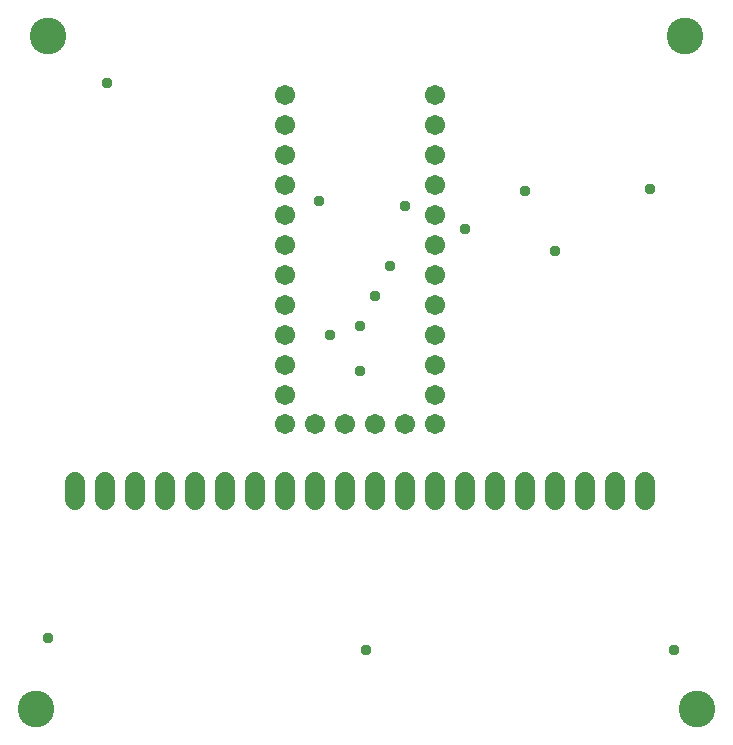
<source format=gbr>
G04 EAGLE Gerber RS-274X export*
G75*
%MOMM*%
%FSLAX34Y34*%
%LPD*%
%INSoldermask Top*%
%IPPOS*%
%AMOC8*
5,1,8,0,0,1.08239X$1,22.5*%
G01*
%ADD10C,3.103200*%
%ADD11C,1.727200*%
%ADD12C,1.711200*%
%ADD13C,0.959600*%


D10*
X40000Y601000D03*
X580000Y601000D03*
X30000Y31000D03*
X590000Y31000D03*
D11*
X546100Y207680D02*
X546100Y222920D01*
X520700Y222920D02*
X520700Y207680D01*
X495300Y207680D02*
X495300Y222920D01*
X469900Y222920D02*
X469900Y207680D01*
X444500Y207680D02*
X444500Y222920D01*
X419100Y222920D02*
X419100Y207680D01*
X393700Y207680D02*
X393700Y222920D01*
X368300Y222920D02*
X368300Y207680D01*
X342900Y207680D02*
X342900Y222920D01*
X317500Y222920D02*
X317500Y207680D01*
X292100Y207680D02*
X292100Y222920D01*
X266700Y222920D02*
X266700Y207680D01*
X241300Y207680D02*
X241300Y222920D01*
X215900Y222920D02*
X215900Y207680D01*
X190500Y207680D02*
X190500Y222920D01*
X165100Y222920D02*
X165100Y207680D01*
X139700Y207680D02*
X139700Y222920D01*
X114300Y222920D02*
X114300Y207680D01*
X88900Y207680D02*
X88900Y222920D01*
X63500Y222920D02*
X63500Y207680D01*
D12*
X241300Y550580D03*
X241300Y525180D03*
X241300Y499780D03*
X241300Y474380D03*
X241300Y448980D03*
X241300Y423580D03*
X241300Y398180D03*
X241300Y372780D03*
X241300Y347380D03*
X241300Y321980D03*
X241300Y296580D03*
X368300Y296580D03*
X368300Y321980D03*
X368300Y347380D03*
X368300Y372780D03*
X368300Y398180D03*
X368300Y423580D03*
X368300Y448980D03*
X368300Y474380D03*
X368300Y499780D03*
X368300Y525180D03*
X368300Y550580D03*
X241300Y272450D03*
X266700Y272450D03*
X292100Y272450D03*
X317500Y272450D03*
X342900Y272450D03*
X368300Y272450D03*
D13*
X393700Y437550D03*
X469900Y418500D03*
X444500Y469300D03*
X270000Y461000D03*
X570000Y81000D03*
X550000Y471000D03*
X90000Y561000D03*
X40000Y91000D03*
X310000Y81000D03*
X304800Y316900D03*
X279400Y347380D03*
X304800Y355000D03*
X317500Y380400D03*
X330200Y405800D03*
X342900Y456600D03*
M02*

</source>
